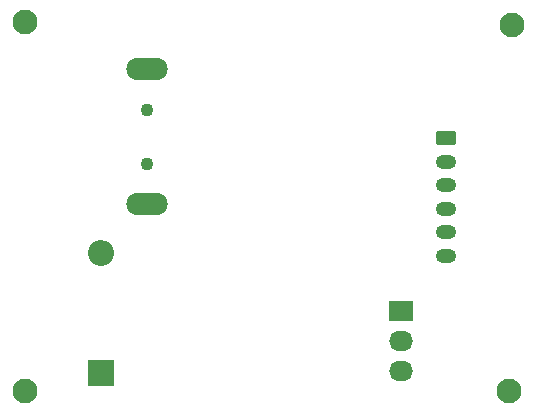
<source format=gbr>
%TF.GenerationSoftware,KiCad,Pcbnew,8.0.8*%
%TF.CreationDate,2025-06-30T12:26:25+05:30*%
%TF.ProjectId,ATtiny85,41547469-6e79-4383-952e-6b696361645f,rev?*%
%TF.SameCoordinates,Original*%
%TF.FileFunction,Soldermask,Bot*%
%TF.FilePolarity,Negative*%
%FSLAX46Y46*%
G04 Gerber Fmt 4.6, Leading zero omitted, Abs format (unit mm)*
G04 Created by KiCad (PCBNEW 8.0.8) date 2025-06-30 12:26:25*
%MOMM*%
%LPD*%
G01*
G04 APERTURE LIST*
G04 Aperture macros list*
%AMRoundRect*
0 Rectangle with rounded corners*
0 $1 Rounding radius*
0 $2 $3 $4 $5 $6 $7 $8 $9 X,Y pos of 4 corners*
0 Add a 4 corners polygon primitive as box body*
4,1,4,$2,$3,$4,$5,$6,$7,$8,$9,$2,$3,0*
0 Add four circle primitives for the rounded corners*
1,1,$1+$1,$2,$3*
1,1,$1+$1,$4,$5*
1,1,$1+$1,$6,$7*
1,1,$1+$1,$8,$9*
0 Add four rect primitives between the rounded corners*
20,1,$1+$1,$2,$3,$4,$5,0*
20,1,$1+$1,$4,$5,$6,$7,0*
20,1,$1+$1,$6,$7,$8,$9,0*
20,1,$1+$1,$8,$9,$2,$3,0*%
G04 Aperture macros list end*
%ADD10C,2.100000*%
%ADD11R,2.200000X2.200000*%
%ADD12O,2.200000X2.200000*%
%ADD13C,1.100000*%
%ADD14O,3.500000X1.900000*%
%ADD15O,2.030000X1.730000*%
%ADD16R,2.030000X1.730000*%
%ADD17RoundRect,0.250000X-0.625000X0.350000X-0.625000X-0.350000X0.625000X-0.350000X0.625000X0.350000X0*%
%ADD18O,1.750000X1.200000*%
G04 APERTURE END LIST*
D10*
%TO.C,H4*%
X109200000Y-93800000D03*
%TD*%
%TO.C,H3*%
X150200000Y-93800000D03*
%TD*%
%TO.C,H2*%
X150400000Y-62800000D03*
%TD*%
%TO.C,H1*%
X109200000Y-62600000D03*
%TD*%
D11*
%TO.C,D1*%
X115600000Y-92280000D03*
D12*
X115600000Y-82120000D03*
%TD*%
D13*
%TO.C,J1*%
X119525000Y-74600000D03*
X119525000Y-70000000D03*
D14*
X119525000Y-78000000D03*
X119525000Y-66600000D03*
%TD*%
D15*
%TO.C,J2*%
X141000000Y-92140000D03*
X141000000Y-89600000D03*
D16*
X141000000Y-87060000D03*
%TD*%
D17*
%TO.C,J3*%
X144800000Y-72400000D03*
D18*
X144800000Y-74400000D03*
X144800000Y-76400000D03*
X144800000Y-78400000D03*
X144800000Y-80400000D03*
X144800000Y-82400000D03*
%TD*%
M02*

</source>
